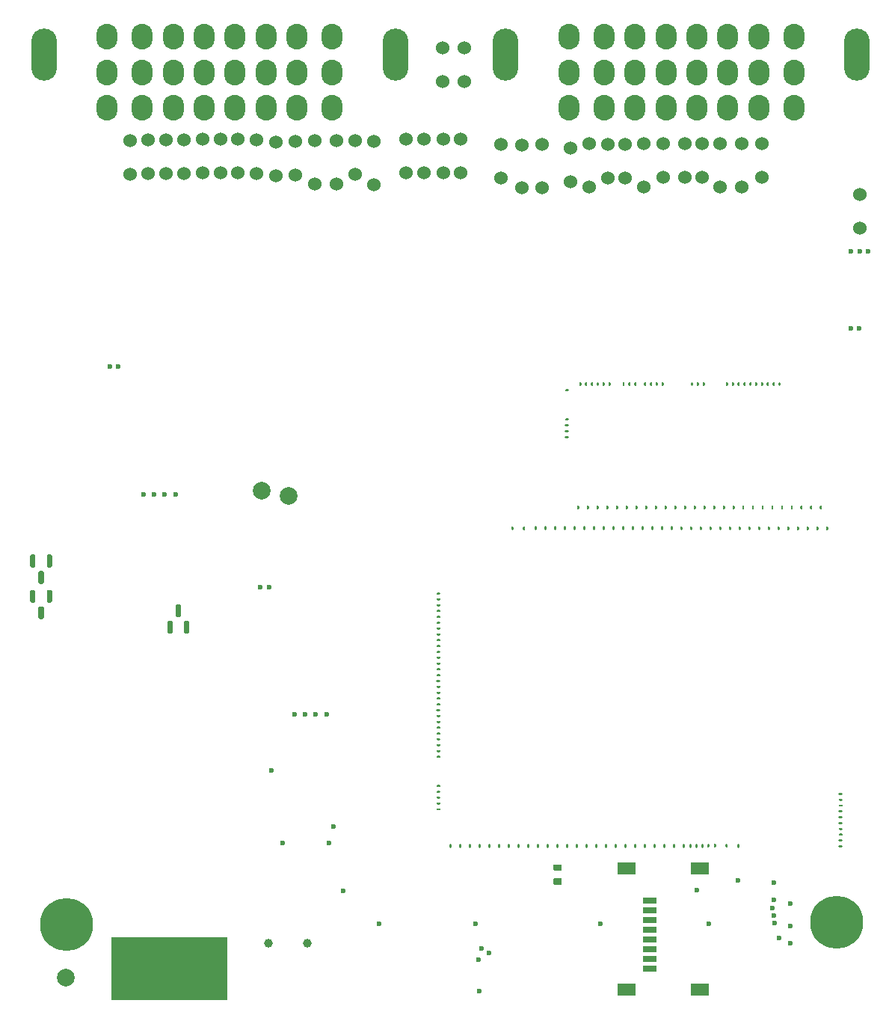
<source format=gbs>
G04 #@! TF.GenerationSoftware,KiCad,Pcbnew,(6.0.9)*
G04 #@! TF.CreationDate,2023-02-02T23:56:35+03:00*
G04 #@! TF.ProjectId,alphax_4ch,616c7068-6178-45f3-9463-682e6b696361,a*
G04 #@! TF.SameCoordinates,PX141f5e0PYa2cace0*
G04 #@! TF.FileFunction,Soldermask,Bot*
G04 #@! TF.FilePolarity,Negative*
%FSLAX46Y46*%
G04 Gerber Fmt 4.6, Leading zero omitted, Abs format (unit mm)*
G04 Created by KiCad (PCBNEW (6.0.9)) date 2023-02-02 23:56:35*
%MOMM*%
%LPD*%
G01*
G04 APERTURE LIST*
%ADD10C,0.120000*%
%ADD11C,0.599999*%
%ADD12C,1.524000*%
%ADD13C,6.000000*%
%ADD14O,2.900000X5.900000*%
%ADD15O,2.400000X2.900000*%
%ADD16C,1.000000*%
%ADD17C,0.600000*%
%ADD18C,2.000000*%
%ADD19R,1.500000X0.800000*%
%ADD20R,2.000000X1.450000*%
G04 APERTURE END LIST*
G04 #@! TO.C,U4*
G36*
X22850000Y200000D02*
G01*
X9850000Y200000D01*
X9850000Y7200000D01*
X22850000Y7200000D01*
X22850000Y200000D01*
G37*
D10*
X22850000Y200000D02*
X9850000Y200000D01*
X9850000Y7200000D01*
X22850000Y7200000D01*
X22850000Y200000D01*
G04 #@! TD*
D11*
G04 #@! TO.C,M4*
X84894889Y11474986D03*
X86729899Y11049978D03*
X84679891Y10499981D03*
X84894886Y9625022D03*
X84969893Y8774999D03*
X86729899Y8449983D03*
X85419899Y7150016D03*
X86729899Y6499999D03*
X80804884Y13675002D03*
X84879890Y13375000D03*
G04 #@! TD*
D12*
G04 #@! TO.C,R8*
X76750000Y93245000D03*
X76750000Y97055000D03*
G04 #@! TD*
D13*
G04 #@! TO.C,J8*
X4803000Y8619000D03*
G04 #@! TD*
D12*
G04 #@! TO.C,R59*
X45200000Y97505000D03*
X45200000Y93695000D03*
G04 #@! TD*
G04 #@! TO.C,R9*
X74800000Y93245000D03*
X74800000Y97055000D03*
G04 #@! TD*
G04 #@! TO.C,R68*
X24200000Y93695000D03*
X24200000Y97505000D03*
G04 #@! TD*
G04 #@! TO.C,F4*
X63950000Y97000000D03*
X63950000Y92100000D03*
G04 #@! TD*
G04 #@! TO.C,R91*
X94580000Y87485000D03*
X94580000Y91295000D03*
G04 #@! TD*
G04 #@! TO.C,M5*
G36*
G01*
X61299998Y63946477D02*
X61549998Y63946477D01*
G75*
G02*
X61674998Y63821477I0J-125000D01*
G01*
X61674998Y63821477D01*
G75*
G02*
X61549998Y63696477I-125000J0D01*
G01*
X61299998Y63696477D01*
G75*
G02*
X61174998Y63821477I0J125000D01*
G01*
X61174998Y63821477D01*
G75*
G02*
X61299998Y63946477I125000J0D01*
G01*
G37*
G36*
G01*
X61299998Y64606478D02*
X61549998Y64606478D01*
G75*
G02*
X61674998Y64481478I0J-125000D01*
G01*
X61674998Y64481478D01*
G75*
G02*
X61549998Y64356478I-125000J0D01*
G01*
X61299998Y64356478D01*
G75*
G02*
X61174998Y64481478I0J125000D01*
G01*
X61174998Y64481478D01*
G75*
G02*
X61299998Y64606478I125000J0D01*
G01*
G37*
G36*
G01*
X61299998Y65266479D02*
X61549998Y65266479D01*
G75*
G02*
X61674998Y65141479I0J-125000D01*
G01*
X61674998Y65141479D01*
G75*
G02*
X61549998Y65016479I-125000J0D01*
G01*
X61299998Y65016479D01*
G75*
G02*
X61174998Y65141479I0J125000D01*
G01*
X61174998Y65141479D01*
G75*
G02*
X61299998Y65266479I125000J0D01*
G01*
G37*
G36*
G01*
X61299998Y65926480D02*
X61549998Y65926480D01*
G75*
G02*
X61674998Y65801480I0J-125000D01*
G01*
X61674998Y65801480D01*
G75*
G02*
X61549998Y65676480I-125000J0D01*
G01*
X61299998Y65676480D01*
G75*
G02*
X61174998Y65801480I0J125000D01*
G01*
X61174998Y65801480D01*
G75*
G02*
X61299998Y65926480I125000J0D01*
G01*
G37*
G36*
G01*
X61299998Y69226487D02*
X61549998Y69226487D01*
G75*
G02*
X61674998Y69101487I0J-125000D01*
G01*
X61674998Y69101487D01*
G75*
G02*
X61549998Y68976487I-125000J0D01*
G01*
X61299998Y68976487D01*
G75*
G02*
X61174998Y69101487I0J125000D01*
G01*
X61174998Y69101487D01*
G75*
G02*
X61299998Y69226487I125000J0D01*
G01*
G37*
G36*
G01*
X90070000Y55727684D02*
X90070000Y55977684D01*
G75*
G02*
X90195000Y56102684I125000J0D01*
G01*
X90195000Y56102684D01*
G75*
G02*
X90320000Y55977684I0J-125000D01*
G01*
X90320000Y55727684D01*
G75*
G02*
X90195000Y55602684I-125000J0D01*
G01*
X90195000Y55602684D01*
G75*
G02*
X90070000Y55727684I0J125000D01*
G01*
G37*
G36*
G01*
X89219996Y55977684D02*
X89219996Y55727684D01*
G75*
G02*
X89094996Y55602684I-125000J0D01*
G01*
X89094996Y55602684D01*
G75*
G02*
X88969996Y55727684I0J125000D01*
G01*
X88969996Y55977684D01*
G75*
G02*
X89094996Y56102684I125000J0D01*
G01*
X89094996Y56102684D01*
G75*
G02*
X89219996Y55977684I0J-125000D01*
G01*
G37*
G36*
G01*
X88119995Y55977684D02*
X88119995Y55727684D01*
G75*
G02*
X87994995Y55602684I-125000J0D01*
G01*
X87994995Y55602684D01*
G75*
G02*
X87869995Y55727684I0J125000D01*
G01*
X87869995Y55977684D01*
G75*
G02*
X87994995Y56102684I125000J0D01*
G01*
X87994995Y56102684D01*
G75*
G02*
X88119995Y55977684I0J-125000D01*
G01*
G37*
G36*
G01*
X87019998Y55977684D02*
X87019998Y55727684D01*
G75*
G02*
X86894998Y55602684I-125000J0D01*
G01*
X86894998Y55602684D01*
G75*
G02*
X86769998Y55727684I0J125000D01*
G01*
X86769998Y55977684D01*
G75*
G02*
X86894998Y56102684I125000J0D01*
G01*
X86894998Y56102684D01*
G75*
G02*
X87019998Y55977684I0J-125000D01*
G01*
G37*
G36*
G01*
X85920000Y55977684D02*
X85920000Y55727684D01*
G75*
G02*
X85795000Y55602684I-125000J0D01*
G01*
X85795000Y55602684D01*
G75*
G02*
X85670000Y55727684I0J125000D01*
G01*
X85670000Y55977684D01*
G75*
G02*
X85795000Y56102684I125000J0D01*
G01*
X85795000Y56102684D01*
G75*
G02*
X85920000Y55977684I0J-125000D01*
G01*
G37*
G36*
G01*
X84820002Y55977684D02*
X84820002Y55727684D01*
G75*
G02*
X84695002Y55602684I-125000J0D01*
G01*
X84695002Y55602684D01*
G75*
G02*
X84570002Y55727684I0J125000D01*
G01*
X84570002Y55977684D01*
G75*
G02*
X84695002Y56102684I125000J0D01*
G01*
X84695002Y56102684D01*
G75*
G02*
X84820002Y55977684I0J-125000D01*
G01*
G37*
G36*
G01*
X83720004Y55977684D02*
X83720004Y55727684D01*
G75*
G02*
X83595004Y55602684I-125000J0D01*
G01*
X83595004Y55602684D01*
G75*
G02*
X83470004Y55727684I0J125000D01*
G01*
X83470004Y55977684D01*
G75*
G02*
X83595004Y56102684I125000J0D01*
G01*
X83595004Y56102684D01*
G75*
G02*
X83720004Y55977684I0J-125000D01*
G01*
G37*
G36*
G01*
X82620006Y55977684D02*
X82620006Y55727684D01*
G75*
G02*
X82495006Y55602684I-125000J0D01*
G01*
X82495006Y55602684D01*
G75*
G02*
X82370006Y55727684I0J125000D01*
G01*
X82370006Y55977684D01*
G75*
G02*
X82495006Y56102684I125000J0D01*
G01*
X82495006Y56102684D01*
G75*
G02*
X82620006Y55977684I0J-125000D01*
G01*
G37*
G36*
G01*
X81520009Y55977684D02*
X81520009Y55727684D01*
G75*
G02*
X81395009Y55602684I-125000J0D01*
G01*
X81395009Y55602684D01*
G75*
G02*
X81270009Y55727684I0J125000D01*
G01*
X81270009Y55977684D01*
G75*
G02*
X81395009Y56102684I125000J0D01*
G01*
X81395009Y56102684D01*
G75*
G02*
X81520009Y55977684I0J-125000D01*
G01*
G37*
G36*
G01*
X80420011Y55977684D02*
X80420011Y55727684D01*
G75*
G02*
X80295011Y55602684I-125000J0D01*
G01*
X80295011Y55602684D01*
G75*
G02*
X80170011Y55727684I0J125000D01*
G01*
X80170011Y55977684D01*
G75*
G02*
X80295011Y56102684I125000J0D01*
G01*
X80295011Y56102684D01*
G75*
G02*
X80420011Y55977684I0J-125000D01*
G01*
G37*
G36*
G01*
X79320013Y55977684D02*
X79320013Y55727684D01*
G75*
G02*
X79195013Y55602684I-125000J0D01*
G01*
X79195013Y55602684D01*
G75*
G02*
X79070013Y55727684I0J125000D01*
G01*
X79070013Y55977684D01*
G75*
G02*
X79195013Y56102684I125000J0D01*
G01*
X79195013Y56102684D01*
G75*
G02*
X79320013Y55977684I0J-125000D01*
G01*
G37*
G36*
G01*
X78220015Y55977684D02*
X78220015Y55727684D01*
G75*
G02*
X78095015Y55602684I-125000J0D01*
G01*
X78095015Y55602684D01*
G75*
G02*
X77970015Y55727684I0J125000D01*
G01*
X77970015Y55977684D01*
G75*
G02*
X78095015Y56102684I125000J0D01*
G01*
X78095015Y56102684D01*
G75*
G02*
X78220015Y55977684I0J-125000D01*
G01*
G37*
G36*
G01*
X77120017Y55977684D02*
X77120017Y55727684D01*
G75*
G02*
X76995017Y55602684I-125000J0D01*
G01*
X76995017Y55602684D01*
G75*
G02*
X76870017Y55727684I0J125000D01*
G01*
X76870017Y55977684D01*
G75*
G02*
X76995017Y56102684I125000J0D01*
G01*
X76995017Y56102684D01*
G75*
G02*
X77120017Y55977684I0J-125000D01*
G01*
G37*
G36*
G01*
X76020020Y55977684D02*
X76020020Y55727684D01*
G75*
G02*
X75895020Y55602684I-125000J0D01*
G01*
X75895020Y55602684D01*
G75*
G02*
X75770020Y55727684I0J125000D01*
G01*
X75770020Y55977684D01*
G75*
G02*
X75895020Y56102684I125000J0D01*
G01*
X75895020Y56102684D01*
G75*
G02*
X76020020Y55977684I0J-125000D01*
G01*
G37*
G36*
G01*
X74920022Y55977684D02*
X74920022Y55727684D01*
G75*
G02*
X74795022Y55602684I-125000J0D01*
G01*
X74795022Y55602684D01*
G75*
G02*
X74670022Y55727684I0J125000D01*
G01*
X74670022Y55977684D01*
G75*
G02*
X74795022Y56102684I125000J0D01*
G01*
X74795022Y56102684D01*
G75*
G02*
X74920022Y55977684I0J-125000D01*
G01*
G37*
G36*
G01*
X73820024Y55977684D02*
X73820024Y55727684D01*
G75*
G02*
X73695024Y55602684I-125000J0D01*
G01*
X73695024Y55602684D01*
G75*
G02*
X73570024Y55727684I0J125000D01*
G01*
X73570024Y55977684D01*
G75*
G02*
X73695024Y56102684I125000J0D01*
G01*
X73695024Y56102684D01*
G75*
G02*
X73820024Y55977684I0J-125000D01*
G01*
G37*
G36*
G01*
X72720026Y55977684D02*
X72720026Y55727684D01*
G75*
G02*
X72595026Y55602684I-125000J0D01*
G01*
X72595026Y55602684D01*
G75*
G02*
X72470026Y55727684I0J125000D01*
G01*
X72470026Y55977684D01*
G75*
G02*
X72595026Y56102684I125000J0D01*
G01*
X72595026Y56102684D01*
G75*
G02*
X72720026Y55977684I0J-125000D01*
G01*
G37*
G36*
G01*
X71620028Y55977684D02*
X71620028Y55727684D01*
G75*
G02*
X71495028Y55602684I-125000J0D01*
G01*
X71495028Y55602684D01*
G75*
G02*
X71370028Y55727684I0J125000D01*
G01*
X71370028Y55977684D01*
G75*
G02*
X71495028Y56102684I125000J0D01*
G01*
X71495028Y56102684D01*
G75*
G02*
X71620028Y55977684I0J-125000D01*
G01*
G37*
G36*
G01*
X70520031Y55977684D02*
X70520031Y55727684D01*
G75*
G02*
X70395031Y55602684I-125000J0D01*
G01*
X70395031Y55602684D01*
G75*
G02*
X70270031Y55727684I0J125000D01*
G01*
X70270031Y55977684D01*
G75*
G02*
X70395031Y56102684I125000J0D01*
G01*
X70395031Y56102684D01*
G75*
G02*
X70520031Y55977684I0J-125000D01*
G01*
G37*
G36*
G01*
X69420033Y55977684D02*
X69420033Y55727684D01*
G75*
G02*
X69295033Y55602684I-125000J0D01*
G01*
X69295033Y55602684D01*
G75*
G02*
X69170033Y55727684I0J125000D01*
G01*
X69170033Y55977684D01*
G75*
G02*
X69295033Y56102684I125000J0D01*
G01*
X69295033Y56102684D01*
G75*
G02*
X69420033Y55977684I0J-125000D01*
G01*
G37*
G36*
G01*
X68320035Y55977684D02*
X68320035Y55727684D01*
G75*
G02*
X68195035Y55602684I-125000J0D01*
G01*
X68195035Y55602684D01*
G75*
G02*
X68070035Y55727684I0J125000D01*
G01*
X68070035Y55977684D01*
G75*
G02*
X68195035Y56102684I125000J0D01*
G01*
X68195035Y56102684D01*
G75*
G02*
X68320035Y55977684I0J-125000D01*
G01*
G37*
G36*
G01*
X67220037Y55977684D02*
X67220037Y55727684D01*
G75*
G02*
X67095037Y55602684I-125000J0D01*
G01*
X67095037Y55602684D01*
G75*
G02*
X66970037Y55727684I0J125000D01*
G01*
X66970037Y55977684D01*
G75*
G02*
X67095037Y56102684I125000J0D01*
G01*
X67095037Y56102684D01*
G75*
G02*
X67220037Y55977684I0J-125000D01*
G01*
G37*
G36*
G01*
X66120039Y55977684D02*
X66120039Y55727684D01*
G75*
G02*
X65995039Y55602684I-125000J0D01*
G01*
X65995039Y55602684D01*
G75*
G02*
X65870039Y55727684I0J125000D01*
G01*
X65870039Y55977684D01*
G75*
G02*
X65995039Y56102684I125000J0D01*
G01*
X65995039Y56102684D01*
G75*
G02*
X66120039Y55977684I0J-125000D01*
G01*
G37*
G36*
G01*
X65020042Y55977684D02*
X65020042Y55727684D01*
G75*
G02*
X64895042Y55602684I-125000J0D01*
G01*
X64895042Y55602684D01*
G75*
G02*
X64770042Y55727684I0J125000D01*
G01*
X64770042Y55977684D01*
G75*
G02*
X64895042Y56102684I125000J0D01*
G01*
X64895042Y56102684D01*
G75*
G02*
X65020042Y55977684I0J-125000D01*
G01*
G37*
G36*
G01*
X63920044Y55977684D02*
X63920044Y55727684D01*
G75*
G02*
X63795044Y55602684I-125000J0D01*
G01*
X63795044Y55602684D01*
G75*
G02*
X63670044Y55727684I0J125000D01*
G01*
X63670044Y55977684D01*
G75*
G02*
X63795044Y56102684I125000J0D01*
G01*
X63795044Y56102684D01*
G75*
G02*
X63920044Y55977684I0J-125000D01*
G01*
G37*
G36*
G01*
X62820046Y55977684D02*
X62820046Y55727684D01*
G75*
G02*
X62695046Y55602684I-125000J0D01*
G01*
X62695046Y55602684D01*
G75*
G02*
X62570046Y55727684I0J125000D01*
G01*
X62570046Y55977684D01*
G75*
G02*
X62695046Y56102684I125000J0D01*
G01*
X62695046Y56102684D01*
G75*
G02*
X62820046Y55977684I0J-125000D01*
G01*
G37*
G36*
G01*
X63070990Y69939683D02*
X63070990Y69689683D01*
G75*
G02*
X62945990Y69564683I-125000J0D01*
G01*
X62945990Y69564683D01*
G75*
G02*
X62820990Y69689683I0J125000D01*
G01*
X62820990Y69939683D01*
G75*
G02*
X62945990Y70064683I125000J0D01*
G01*
X62945990Y70064683D01*
G75*
G02*
X63070990Y69939683I0J-125000D01*
G01*
G37*
G36*
G01*
X63730992Y69939683D02*
X63730992Y69689683D01*
G75*
G02*
X63605992Y69564683I-125000J0D01*
G01*
X63605992Y69564683D01*
G75*
G02*
X63480992Y69689683I0J125000D01*
G01*
X63480992Y69939683D01*
G75*
G02*
X63605992Y70064683I125000J0D01*
G01*
X63605992Y70064683D01*
G75*
G02*
X63730992Y69939683I0J-125000D01*
G01*
G37*
G36*
G01*
X64390993Y69939683D02*
X64390993Y69689683D01*
G75*
G02*
X64265993Y69564683I-125000J0D01*
G01*
X64265993Y69564683D01*
G75*
G02*
X64140993Y69689683I0J125000D01*
G01*
X64140993Y69939683D01*
G75*
G02*
X64265993Y70064683I125000J0D01*
G01*
X64265993Y70064683D01*
G75*
G02*
X64390993Y69939683I0J-125000D01*
G01*
G37*
G36*
G01*
X65050994Y69939683D02*
X65050994Y69689683D01*
G75*
G02*
X64925994Y69564683I-125000J0D01*
G01*
X64925994Y69564683D01*
G75*
G02*
X64800994Y69689683I0J125000D01*
G01*
X64800994Y69939683D01*
G75*
G02*
X64925994Y70064683I125000J0D01*
G01*
X64925994Y70064683D01*
G75*
G02*
X65050994Y69939683I0J-125000D01*
G01*
G37*
G36*
G01*
X65710995Y69939683D02*
X65710995Y69689683D01*
G75*
G02*
X65585995Y69564683I-125000J0D01*
G01*
X65585995Y69564683D01*
G75*
G02*
X65460995Y69689683I0J125000D01*
G01*
X65460995Y69939683D01*
G75*
G02*
X65585995Y70064683I125000J0D01*
G01*
X65585995Y70064683D01*
G75*
G02*
X65710995Y69939683I0J-125000D01*
G01*
G37*
G36*
G01*
X66370997Y69939683D02*
X66370997Y69689683D01*
G75*
G02*
X66245997Y69564683I-125000J0D01*
G01*
X66245997Y69564683D01*
G75*
G02*
X66120997Y69689683I0J125000D01*
G01*
X66120997Y69939683D01*
G75*
G02*
X66245997Y70064683I125000J0D01*
G01*
X66245997Y70064683D01*
G75*
G02*
X66370997Y69939683I0J-125000D01*
G01*
G37*
G36*
G01*
X67971994Y69939683D02*
X67971994Y69689683D01*
G75*
G02*
X67846994Y69564683I-125000J0D01*
G01*
X67846994Y69564683D01*
G75*
G02*
X67721994Y69689683I0J125000D01*
G01*
X67721994Y69939683D01*
G75*
G02*
X67846994Y70064683I125000J0D01*
G01*
X67846994Y70064683D01*
G75*
G02*
X67971994Y69939683I0J-125000D01*
G01*
G37*
G36*
G01*
X68631995Y69939683D02*
X68631995Y69689683D01*
G75*
G02*
X68506995Y69564683I-125000J0D01*
G01*
X68506995Y69564683D01*
G75*
G02*
X68381995Y69689683I0J125000D01*
G01*
X68381995Y69939683D01*
G75*
G02*
X68506995Y70064683I125000J0D01*
G01*
X68506995Y70064683D01*
G75*
G02*
X68631995Y69939683I0J-125000D01*
G01*
G37*
G36*
G01*
X69291997Y69939683D02*
X69291997Y69689683D01*
G75*
G02*
X69166997Y69564683I-125000J0D01*
G01*
X69166997Y69564683D01*
G75*
G02*
X69041997Y69689683I0J125000D01*
G01*
X69041997Y69939683D01*
G75*
G02*
X69166997Y70064683I125000J0D01*
G01*
X69166997Y70064683D01*
G75*
G02*
X69291997Y69939683I0J-125000D01*
G01*
G37*
G36*
G01*
X70412896Y69939683D02*
X70412896Y69689683D01*
G75*
G02*
X70287896Y69564683I-125000J0D01*
G01*
X70287896Y69564683D01*
G75*
G02*
X70162896Y69689683I0J125000D01*
G01*
X70162896Y69939683D01*
G75*
G02*
X70287896Y70064683I125000J0D01*
G01*
X70287896Y70064683D01*
G75*
G02*
X70412896Y69939683I0J-125000D01*
G01*
G37*
G36*
G01*
X71072897Y69939683D02*
X71072897Y69689683D01*
G75*
G02*
X70947897Y69564683I-125000J0D01*
G01*
X70947897Y69564683D01*
G75*
G02*
X70822897Y69689683I0J125000D01*
G01*
X70822897Y69939683D01*
G75*
G02*
X70947897Y70064683I125000J0D01*
G01*
X70947897Y70064683D01*
G75*
G02*
X71072897Y69939683I0J-125000D01*
G01*
G37*
G36*
G01*
X71732898Y69939683D02*
X71732898Y69689683D01*
G75*
G02*
X71607898Y69564683I-125000J0D01*
G01*
X71607898Y69564683D01*
G75*
G02*
X71482898Y69689683I0J125000D01*
G01*
X71482898Y69939683D01*
G75*
G02*
X71607898Y70064683I125000J0D01*
G01*
X71607898Y70064683D01*
G75*
G02*
X71732898Y69939683I0J-125000D01*
G01*
G37*
G36*
G01*
X72392900Y69939683D02*
X72392900Y69689683D01*
G75*
G02*
X72267900Y69564683I-125000J0D01*
G01*
X72267900Y69564683D01*
G75*
G02*
X72142900Y69689683I0J125000D01*
G01*
X72142900Y69939683D01*
G75*
G02*
X72267900Y70064683I125000J0D01*
G01*
X72267900Y70064683D01*
G75*
G02*
X72392900Y69939683I0J-125000D01*
G01*
G37*
G36*
G01*
X75718994Y69939683D02*
X75718994Y69689683D01*
G75*
G02*
X75593994Y69564683I-125000J0D01*
G01*
X75593994Y69564683D01*
G75*
G02*
X75468994Y69689683I0J125000D01*
G01*
X75468994Y69939683D01*
G75*
G02*
X75593994Y70064683I125000J0D01*
G01*
X75593994Y70064683D01*
G75*
G02*
X75718994Y69939683I0J-125000D01*
G01*
G37*
G36*
G01*
X76378995Y69939683D02*
X76378995Y69689683D01*
G75*
G02*
X76253995Y69564683I-125000J0D01*
G01*
X76253995Y69564683D01*
G75*
G02*
X76128995Y69689683I0J125000D01*
G01*
X76128995Y69939683D01*
G75*
G02*
X76253995Y70064683I125000J0D01*
G01*
X76253995Y70064683D01*
G75*
G02*
X76378995Y69939683I0J-125000D01*
G01*
G37*
G36*
G01*
X77038997Y69939683D02*
X77038997Y69689683D01*
G75*
G02*
X76913997Y69564683I-125000J0D01*
G01*
X76913997Y69564683D01*
G75*
G02*
X76788997Y69689683I0J125000D01*
G01*
X76788997Y69939683D01*
G75*
G02*
X76913997Y70064683I125000J0D01*
G01*
X76913997Y70064683D01*
G75*
G02*
X77038997Y69939683I0J-125000D01*
G01*
G37*
G36*
G01*
X79684988Y69939683D02*
X79684988Y69689683D01*
G75*
G02*
X79559988Y69564683I-125000J0D01*
G01*
X79559988Y69564683D01*
G75*
G02*
X79434988Y69689683I0J125000D01*
G01*
X79434988Y69939683D01*
G75*
G02*
X79559988Y70064683I125000J0D01*
G01*
X79559988Y70064683D01*
G75*
G02*
X79684988Y69939683I0J-125000D01*
G01*
G37*
G36*
G01*
X80344989Y69939683D02*
X80344989Y69689683D01*
G75*
G02*
X80219989Y69564683I-125000J0D01*
G01*
X80219989Y69564683D01*
G75*
G02*
X80094989Y69689683I0J125000D01*
G01*
X80094989Y69939683D01*
G75*
G02*
X80219989Y70064683I125000J0D01*
G01*
X80219989Y70064683D01*
G75*
G02*
X80344989Y69939683I0J-125000D01*
G01*
G37*
G36*
G01*
X81004991Y69939683D02*
X81004991Y69689683D01*
G75*
G02*
X80879991Y69564683I-125000J0D01*
G01*
X80879991Y69564683D01*
G75*
G02*
X80754991Y69689683I0J125000D01*
G01*
X80754991Y69939683D01*
G75*
G02*
X80879991Y70064683I125000J0D01*
G01*
X80879991Y70064683D01*
G75*
G02*
X81004991Y69939683I0J-125000D01*
G01*
G37*
G36*
G01*
X81664992Y69939683D02*
X81664992Y69689683D01*
G75*
G02*
X81539992Y69564683I-125000J0D01*
G01*
X81539992Y69564683D01*
G75*
G02*
X81414992Y69689683I0J125000D01*
G01*
X81414992Y69939683D01*
G75*
G02*
X81539992Y70064683I125000J0D01*
G01*
X81539992Y70064683D01*
G75*
G02*
X81664992Y69939683I0J-125000D01*
G01*
G37*
G36*
G01*
X82324993Y69939683D02*
X82324993Y69689683D01*
G75*
G02*
X82199993Y69564683I-125000J0D01*
G01*
X82199993Y69564683D01*
G75*
G02*
X82074993Y69689683I0J125000D01*
G01*
X82074993Y69939683D01*
G75*
G02*
X82199993Y70064683I125000J0D01*
G01*
X82199993Y70064683D01*
G75*
G02*
X82324993Y69939683I0J-125000D01*
G01*
G37*
G36*
G01*
X82984994Y69939683D02*
X82984994Y69689683D01*
G75*
G02*
X82859994Y69564683I-125000J0D01*
G01*
X82859994Y69564683D01*
G75*
G02*
X82734994Y69689683I0J125000D01*
G01*
X82734994Y69939683D01*
G75*
G02*
X82859994Y70064683I125000J0D01*
G01*
X82859994Y70064683D01*
G75*
G02*
X82984994Y69939683I0J-125000D01*
G01*
G37*
G36*
G01*
X83644996Y69939683D02*
X83644996Y69689683D01*
G75*
G02*
X83519996Y69564683I-125000J0D01*
G01*
X83519996Y69564683D01*
G75*
G02*
X83394996Y69689683I0J125000D01*
G01*
X83394996Y69939683D01*
G75*
G02*
X83519996Y70064683I125000J0D01*
G01*
X83519996Y70064683D01*
G75*
G02*
X83644996Y69939683I0J-125000D01*
G01*
G37*
G36*
G01*
X84304997Y69939683D02*
X84304997Y69689683D01*
G75*
G02*
X84179997Y69564683I-125000J0D01*
G01*
X84179997Y69564683D01*
G75*
G02*
X84054997Y69689683I0J125000D01*
G01*
X84054997Y69939683D01*
G75*
G02*
X84179997Y70064683I125000J0D01*
G01*
X84179997Y70064683D01*
G75*
G02*
X84304997Y69939683I0J-125000D01*
G01*
G37*
G36*
G01*
X84964998Y69939683D02*
X84964998Y69689683D01*
G75*
G02*
X84839998Y69564683I-125000J0D01*
G01*
X84839998Y69564683D01*
G75*
G02*
X84714998Y69689683I0J125000D01*
G01*
X84714998Y69939683D01*
G75*
G02*
X84839998Y70064683I125000J0D01*
G01*
X84839998Y70064683D01*
G75*
G02*
X84964998Y69939683I0J-125000D01*
G01*
G37*
G36*
G01*
X85625000Y69939683D02*
X85625000Y69689683D01*
G75*
G02*
X85500000Y69564683I-125000J0D01*
G01*
X85500000Y69564683D01*
G75*
G02*
X85375000Y69689683I0J125000D01*
G01*
X85375000Y69939683D01*
G75*
G02*
X85500000Y70064683I125000J0D01*
G01*
X85500000Y70064683D01*
G75*
G02*
X85625000Y69939683I0J-125000D01*
G01*
G37*
G04 #@! TD*
D14*
G04 #@! TO.C,P2*
X42000000Y107100000D03*
X2200000Y107100000D03*
D15*
X9350000Y101100000D03*
X13350000Y101100000D03*
X16850000Y101100000D03*
X20350000Y101100000D03*
X23850000Y101100000D03*
X27350000Y101100000D03*
X30850000Y101100000D03*
X34850000Y101100000D03*
X9350000Y105100000D03*
X13350000Y105100000D03*
X16850000Y105100000D03*
X20350000Y105100000D03*
X23850000Y105100000D03*
X27350000Y105100000D03*
X30850000Y105100000D03*
X34850000Y105100000D03*
X9350000Y109100000D03*
X13350000Y109100000D03*
X16850000Y109100000D03*
X20350000Y109100000D03*
X23850000Y109100000D03*
X27350000Y109100000D03*
X30850000Y109100000D03*
X34850000Y109100000D03*
G04 #@! TD*
D12*
G04 #@! TO.C,R11*
X47350000Y104095000D03*
X47350000Y107905000D03*
G04 #@! TD*
G04 #@! TO.C,R60*
X43200000Y93695000D03*
X43200000Y97505000D03*
G04 #@! TD*
D16*
G04 #@! TO.C,J1*
X32000000Y6500000D03*
X27600000Y6500000D03*
G04 #@! TD*
D12*
G04 #@! TO.C,R17*
X68050000Y93145000D03*
X68050000Y96955000D03*
G04 #@! TD*
G04 #@! TO.C,R63*
X22200000Y93695000D03*
X22200000Y97505000D03*
G04 #@! TD*
G04 #@! TO.C,R16*
X72350000Y93195000D03*
X72350000Y97005000D03*
G04 #@! TD*
G04 #@! TO.C,R70*
X11950000Y93595000D03*
X11950000Y97405000D03*
G04 #@! TD*
D11*
G04 #@! TO.C,M7*
X51750003Y5925001D03*
X52625005Y5400001D03*
X51450001Y4650003D03*
X51525004Y1100002D03*
G04 #@! TD*
G04 #@! TO.C,M1*
X27937888Y26083984D03*
X29262892Y17858984D03*
X34495386Y17876489D03*
X34987892Y19758985D03*
X36112878Y12408992D03*
G04 #@! TD*
D17*
G04 #@! TO.C,M3*
X31800000Y32400000D03*
X30600000Y32400000D03*
X33000000Y32400000D03*
X34200000Y32400000D03*
X27740000Y46825000D03*
X26740000Y46825000D03*
G04 #@! TD*
D12*
G04 #@! TO.C,R10*
X66100000Y93145000D03*
X66100000Y96955000D03*
G04 #@! TD*
G04 #@! TO.C,R62*
X28500000Y93395000D03*
X28500000Y97205000D03*
G04 #@! TD*
G04 #@! TO.C,F7*
X32900000Y97399979D03*
X32900000Y92499979D03*
G04 #@! TD*
G04 #@! TO.C,R56*
X14000000Y93645000D03*
X14000000Y97455000D03*
G04 #@! TD*
G04 #@! TO.C,R19*
X53950000Y93145000D03*
X53950000Y96955000D03*
G04 #@! TD*
G04 #@! TO.C,R67*
X26250000Y97455000D03*
X26250000Y93645000D03*
G04 #@! TD*
G04 #@! TO.C,F1*
X81196000Y96995000D03*
X81196000Y92095000D03*
G04 #@! TD*
G04 #@! TO.C,R64*
X16050000Y93645000D03*
X16050000Y97455000D03*
G04 #@! TD*
G04 #@! TO.C,F3*
X70100000Y97000000D03*
X70100000Y92100000D03*
G04 #@! TD*
G04 #@! TO.C,R61*
X30700000Y93445000D03*
X30700000Y97255000D03*
G04 #@! TD*
D13*
G04 #@! TO.C,J7*
X91948000Y8873000D03*
G04 #@! TD*
D12*
G04 #@! TO.C,R69*
X18050000Y93645000D03*
X18050000Y97455000D03*
G04 #@! TD*
G04 #@! TO.C,R55*
X20200000Y93695000D03*
X20200000Y97505000D03*
G04 #@! TD*
G04 #@! TO.C,F8*
X39600000Y97299979D03*
X39600000Y92399979D03*
G04 #@! TD*
G04 #@! TO.C,R54*
X37450000Y93595000D03*
X37450000Y97405000D03*
G04 #@! TD*
G04 #@! TO.C,R52*
X47400000Y93695000D03*
X47400000Y97505000D03*
G04 #@! TD*
D17*
G04 #@! TO.C,M9*
X93620000Y84850000D03*
X94570000Y84850000D03*
X95519998Y84850000D03*
X94520000Y76150000D03*
X93620000Y76150000D03*
G04 #@! TD*
G04 #@! TO.C,M6*
G36*
G01*
X46760503Y21803625D02*
X47010503Y21803625D01*
G75*
G02*
X47135503Y21678625I0J-125000D01*
G01*
X47135503Y21678625D01*
G75*
G02*
X47010503Y21553625I-125000J0D01*
G01*
X46760503Y21553625D01*
G75*
G02*
X46635503Y21678625I0J125000D01*
G01*
X46635503Y21678625D01*
G75*
G02*
X46760503Y21803625I125000J0D01*
G01*
G37*
G36*
G01*
X47010503Y22213623D02*
X46760503Y22213623D01*
G75*
G02*
X46635503Y22338623I0J125000D01*
G01*
X46635503Y22338623D01*
G75*
G02*
X46760503Y22463623I125000J0D01*
G01*
X47010503Y22463623D01*
G75*
G02*
X47135503Y22338623I0J-125000D01*
G01*
X47135503Y22338623D01*
G75*
G02*
X47010503Y22213623I-125000J0D01*
G01*
G37*
G36*
G01*
X47010503Y22873628D02*
X46760503Y22873628D01*
G75*
G02*
X46635503Y22998628I0J125000D01*
G01*
X46635503Y22998628D01*
G75*
G02*
X46760503Y23123628I125000J0D01*
G01*
X47010503Y23123628D01*
G75*
G02*
X47135503Y22998628I0J-125000D01*
G01*
X47135503Y22998628D01*
G75*
G02*
X47010503Y22873628I-125000J0D01*
G01*
G37*
G36*
G01*
X47010503Y23533623D02*
X46760503Y23533623D01*
G75*
G02*
X46635503Y23658623I0J125000D01*
G01*
X46635503Y23658623D01*
G75*
G02*
X46760503Y23783623I125000J0D01*
G01*
X47010503Y23783623D01*
G75*
G02*
X47135503Y23658623I0J-125000D01*
G01*
X47135503Y23658623D01*
G75*
G02*
X47010503Y23533623I-125000J0D01*
G01*
G37*
G36*
G01*
X47010503Y24193625D02*
X46760503Y24193625D01*
G75*
G02*
X46635503Y24318625I0J125000D01*
G01*
X46635503Y24318625D01*
G75*
G02*
X46760503Y24443625I125000J0D01*
G01*
X47010503Y24443625D01*
G75*
G02*
X47135503Y24318625I0J-125000D01*
G01*
X47135503Y24318625D01*
G75*
G02*
X47010503Y24193625I-125000J0D01*
G01*
G37*
G36*
G01*
X47010503Y27493626D02*
X46760503Y27493626D01*
G75*
G02*
X46635503Y27618626I0J125000D01*
G01*
X46635503Y27618626D01*
G75*
G02*
X46760503Y27743626I125000J0D01*
G01*
X47010503Y27743626D01*
G75*
G02*
X47135503Y27618626I0J-125000D01*
G01*
X47135503Y27618626D01*
G75*
G02*
X47010503Y27493626I-125000J0D01*
G01*
G37*
G36*
G01*
X47010503Y28153627D02*
X46760503Y28153627D01*
G75*
G02*
X46635503Y28278627I0J125000D01*
G01*
X46635503Y28278627D01*
G75*
G02*
X46760503Y28403627I125000J0D01*
G01*
X47010503Y28403627D01*
G75*
G02*
X47135503Y28278627I0J-125000D01*
G01*
X47135503Y28278627D01*
G75*
G02*
X47010503Y28153627I-125000J0D01*
G01*
G37*
G36*
G01*
X47010503Y28813629D02*
X46760503Y28813629D01*
G75*
G02*
X46635503Y28938629I0J125000D01*
G01*
X46635503Y28938629D01*
G75*
G02*
X46760503Y29063629I125000J0D01*
G01*
X47010503Y29063629D01*
G75*
G02*
X47135503Y28938629I0J-125000D01*
G01*
X47135503Y28938629D01*
G75*
G02*
X47010503Y28813629I-125000J0D01*
G01*
G37*
G36*
G01*
X47010503Y29473627D02*
X46760503Y29473627D01*
G75*
G02*
X46635503Y29598627I0J125000D01*
G01*
X46635503Y29598627D01*
G75*
G02*
X46760503Y29723627I125000J0D01*
G01*
X47010503Y29723627D01*
G75*
G02*
X47135503Y29598627I0J-125000D01*
G01*
X47135503Y29598627D01*
G75*
G02*
X47010503Y29473627I-125000J0D01*
G01*
G37*
G36*
G01*
X47010503Y30133629D02*
X46760503Y30133629D01*
G75*
G02*
X46635503Y30258629I0J125000D01*
G01*
X46635503Y30258629D01*
G75*
G02*
X46760503Y30383629I125000J0D01*
G01*
X47010503Y30383629D01*
G75*
G02*
X47135503Y30258629I0J-125000D01*
G01*
X47135503Y30258629D01*
G75*
G02*
X47010503Y30133629I-125000J0D01*
G01*
G37*
G36*
G01*
X47010503Y30793627D02*
X46760503Y30793627D01*
G75*
G02*
X46635503Y30918627I0J125000D01*
G01*
X46635503Y30918627D01*
G75*
G02*
X46760503Y31043627I125000J0D01*
G01*
X47010503Y31043627D01*
G75*
G02*
X47135503Y30918627I0J-125000D01*
G01*
X47135503Y30918627D01*
G75*
G02*
X47010503Y30793627I-125000J0D01*
G01*
G37*
G36*
G01*
X47010503Y31453628D02*
X46760503Y31453628D01*
G75*
G02*
X46635503Y31578628I0J125000D01*
G01*
X46635503Y31578628D01*
G75*
G02*
X46760503Y31703628I125000J0D01*
G01*
X47010503Y31703628D01*
G75*
G02*
X47135503Y31578628I0J-125000D01*
G01*
X47135503Y31578628D01*
G75*
G02*
X47010503Y31453628I-125000J0D01*
G01*
G37*
G36*
G01*
X47010503Y32113627D02*
X46760503Y32113627D01*
G75*
G02*
X46635503Y32238627I0J125000D01*
G01*
X46635503Y32238627D01*
G75*
G02*
X46760503Y32363627I125000J0D01*
G01*
X47010503Y32363627D01*
G75*
G02*
X47135503Y32238627I0J-125000D01*
G01*
X47135503Y32238627D01*
G75*
G02*
X47010503Y32113627I-125000J0D01*
G01*
G37*
G36*
G01*
X47010503Y32773628D02*
X46760503Y32773628D01*
G75*
G02*
X46635503Y32898628I0J125000D01*
G01*
X46635503Y32898628D01*
G75*
G02*
X46760503Y33023628I125000J0D01*
G01*
X47010503Y33023628D01*
G75*
G02*
X47135503Y32898628I0J-125000D01*
G01*
X47135503Y32898628D01*
G75*
G02*
X47010503Y32773628I-125000J0D01*
G01*
G37*
G36*
G01*
X47010503Y33433627D02*
X46760503Y33433627D01*
G75*
G02*
X46635503Y33558627I0J125000D01*
G01*
X46635503Y33558627D01*
G75*
G02*
X46760503Y33683627I125000J0D01*
G01*
X47010503Y33683627D01*
G75*
G02*
X47135503Y33558627I0J-125000D01*
G01*
X47135503Y33558627D01*
G75*
G02*
X47010503Y33433627I-125000J0D01*
G01*
G37*
G36*
G01*
X47010503Y34093628D02*
X46760503Y34093628D01*
G75*
G02*
X46635503Y34218628I0J125000D01*
G01*
X46635503Y34218628D01*
G75*
G02*
X46760503Y34343628I125000J0D01*
G01*
X47010503Y34343628D01*
G75*
G02*
X47135503Y34218628I0J-125000D01*
G01*
X47135503Y34218628D01*
G75*
G02*
X47010503Y34093628I-125000J0D01*
G01*
G37*
G36*
G01*
X47010503Y34753627D02*
X46760503Y34753627D01*
G75*
G02*
X46635503Y34878627I0J125000D01*
G01*
X46635503Y34878627D01*
G75*
G02*
X46760503Y35003627I125000J0D01*
G01*
X47010503Y35003627D01*
G75*
G02*
X47135503Y34878627I0J-125000D01*
G01*
X47135503Y34878627D01*
G75*
G02*
X47010503Y34753627I-125000J0D01*
G01*
G37*
G36*
G01*
X47010503Y35413628D02*
X46760503Y35413628D01*
G75*
G02*
X46635503Y35538628I0J125000D01*
G01*
X46635503Y35538628D01*
G75*
G02*
X46760503Y35663628I125000J0D01*
G01*
X47010503Y35663628D01*
G75*
G02*
X47135503Y35538628I0J-125000D01*
G01*
X47135503Y35538628D01*
G75*
G02*
X47010503Y35413628I-125000J0D01*
G01*
G37*
G36*
G01*
X47010503Y36073627D02*
X46760503Y36073627D01*
G75*
G02*
X46635503Y36198627I0J125000D01*
G01*
X46635503Y36198627D01*
G75*
G02*
X46760503Y36323627I125000J0D01*
G01*
X47010503Y36323627D01*
G75*
G02*
X47135503Y36198627I0J-125000D01*
G01*
X47135503Y36198627D01*
G75*
G02*
X47010503Y36073627I-125000J0D01*
G01*
G37*
G36*
G01*
X47010503Y36733628D02*
X46760503Y36733628D01*
G75*
G02*
X46635503Y36858628I0J125000D01*
G01*
X46635503Y36858628D01*
G75*
G02*
X46760503Y36983628I125000J0D01*
G01*
X47010503Y36983628D01*
G75*
G02*
X47135503Y36858628I0J-125000D01*
G01*
X47135503Y36858628D01*
G75*
G02*
X47010503Y36733628I-125000J0D01*
G01*
G37*
G36*
G01*
X47010503Y37393627D02*
X46760503Y37393627D01*
G75*
G02*
X46635503Y37518627I0J125000D01*
G01*
X46635503Y37518627D01*
G75*
G02*
X46760503Y37643627I125000J0D01*
G01*
X47010503Y37643627D01*
G75*
G02*
X47135503Y37518627I0J-125000D01*
G01*
X47135503Y37518627D01*
G75*
G02*
X47010503Y37393627I-125000J0D01*
G01*
G37*
G36*
G01*
X47010503Y38053628D02*
X46760503Y38053628D01*
G75*
G02*
X46635503Y38178628I0J125000D01*
G01*
X46635503Y38178628D01*
G75*
G02*
X46760503Y38303628I125000J0D01*
G01*
X47010503Y38303628D01*
G75*
G02*
X47135503Y38178628I0J-125000D01*
G01*
X47135503Y38178628D01*
G75*
G02*
X47010503Y38053628I-125000J0D01*
G01*
G37*
G36*
G01*
X47010503Y38713627D02*
X46760503Y38713627D01*
G75*
G02*
X46635503Y38838627I0J125000D01*
G01*
X46635503Y38838627D01*
G75*
G02*
X46760503Y38963627I125000J0D01*
G01*
X47010503Y38963627D01*
G75*
G02*
X47135503Y38838627I0J-125000D01*
G01*
X47135503Y38838627D01*
G75*
G02*
X47010503Y38713627I-125000J0D01*
G01*
G37*
G36*
G01*
X47010503Y39373628D02*
X46760503Y39373628D01*
G75*
G02*
X46635503Y39498628I0J125000D01*
G01*
X46635503Y39498628D01*
G75*
G02*
X46760503Y39623628I125000J0D01*
G01*
X47010503Y39623628D01*
G75*
G02*
X47135503Y39498628I0J-125000D01*
G01*
X47135503Y39498628D01*
G75*
G02*
X47010503Y39373628I-125000J0D01*
G01*
G37*
G36*
G01*
X47010503Y40033627D02*
X46760503Y40033627D01*
G75*
G02*
X46635503Y40158627I0J125000D01*
G01*
X46635503Y40158627D01*
G75*
G02*
X46760503Y40283627I125000J0D01*
G01*
X47010503Y40283627D01*
G75*
G02*
X47135503Y40158627I0J-125000D01*
G01*
X47135503Y40158627D01*
G75*
G02*
X47010503Y40033627I-125000J0D01*
G01*
G37*
G36*
G01*
X47010503Y40693628D02*
X46760503Y40693628D01*
G75*
G02*
X46635503Y40818628I0J125000D01*
G01*
X46635503Y40818628D01*
G75*
G02*
X46760503Y40943628I125000J0D01*
G01*
X47010503Y40943628D01*
G75*
G02*
X47135503Y40818628I0J-125000D01*
G01*
X47135503Y40818628D01*
G75*
G02*
X47010503Y40693628I-125000J0D01*
G01*
G37*
G36*
G01*
X47010503Y41353626D02*
X46760503Y41353626D01*
G75*
G02*
X46635503Y41478626I0J125000D01*
G01*
X46635503Y41478626D01*
G75*
G02*
X46760503Y41603626I125000J0D01*
G01*
X47010503Y41603626D01*
G75*
G02*
X47135503Y41478626I0J-125000D01*
G01*
X47135503Y41478626D01*
G75*
G02*
X47010503Y41353626I-125000J0D01*
G01*
G37*
G36*
G01*
X47010503Y42013628D02*
X46760503Y42013628D01*
G75*
G02*
X46635503Y42138628I0J125000D01*
G01*
X46635503Y42138628D01*
G75*
G02*
X46760503Y42263628I125000J0D01*
G01*
X47010503Y42263628D01*
G75*
G02*
X47135503Y42138628I0J-125000D01*
G01*
X47135503Y42138628D01*
G75*
G02*
X47010503Y42013628I-125000J0D01*
G01*
G37*
G36*
G01*
X47010503Y42673626D02*
X46760503Y42673626D01*
G75*
G02*
X46635503Y42798626I0J125000D01*
G01*
X46635503Y42798626D01*
G75*
G02*
X46760503Y42923626I125000J0D01*
G01*
X47010503Y42923626D01*
G75*
G02*
X47135503Y42798626I0J-125000D01*
G01*
X47135503Y42798626D01*
G75*
G02*
X47010503Y42673626I-125000J0D01*
G01*
G37*
G36*
G01*
X47010503Y43333628D02*
X46760503Y43333628D01*
G75*
G02*
X46635503Y43458628I0J125000D01*
G01*
X46635503Y43458628D01*
G75*
G02*
X46760503Y43583628I125000J0D01*
G01*
X47010503Y43583628D01*
G75*
G02*
X47135503Y43458628I0J-125000D01*
G01*
X47135503Y43458628D01*
G75*
G02*
X47010503Y43333628I-125000J0D01*
G01*
G37*
G36*
G01*
X47010503Y43993626D02*
X46760503Y43993626D01*
G75*
G02*
X46635503Y44118626I0J125000D01*
G01*
X46635503Y44118626D01*
G75*
G02*
X46760503Y44243626I125000J0D01*
G01*
X47010503Y44243626D01*
G75*
G02*
X47135503Y44118626I0J-125000D01*
G01*
X47135503Y44118626D01*
G75*
G02*
X47010503Y43993626I-125000J0D01*
G01*
G37*
G36*
G01*
X47010503Y44653627D02*
X46760503Y44653627D01*
G75*
G02*
X46635503Y44778627I0J125000D01*
G01*
X46635503Y44778627D01*
G75*
G02*
X46760503Y44903627I125000J0D01*
G01*
X47010503Y44903627D01*
G75*
G02*
X47135503Y44778627I0J-125000D01*
G01*
X47135503Y44778627D01*
G75*
G02*
X47010503Y44653627I-125000J0D01*
G01*
G37*
G36*
G01*
X47010503Y45313626D02*
X46760503Y45313626D01*
G75*
G02*
X46635503Y45438626I0J125000D01*
G01*
X46635503Y45438626D01*
G75*
G02*
X46760503Y45563626I125000J0D01*
G01*
X47010503Y45563626D01*
G75*
G02*
X47135503Y45438626I0J-125000D01*
G01*
X47135503Y45438626D01*
G75*
G02*
X47010503Y45313626I-125000J0D01*
G01*
G37*
G36*
G01*
X47010503Y45973627D02*
X46760503Y45973627D01*
G75*
G02*
X46635503Y46098627I0J125000D01*
G01*
X46635503Y46098627D01*
G75*
G02*
X46760503Y46223627I125000J0D01*
G01*
X47010503Y46223627D01*
G75*
G02*
X47135503Y46098627I0J-125000D01*
G01*
X47135503Y46098627D01*
G75*
G02*
X47010503Y45973627I-125000J0D01*
G01*
G37*
G36*
G01*
X80707501Y17426623D02*
X80707501Y17676623D01*
G75*
G02*
X80832501Y17801623I125000J0D01*
G01*
X80832501Y17801623D01*
G75*
G02*
X80957501Y17676623I0J-125000D01*
G01*
X80957501Y17426623D01*
G75*
G02*
X80832501Y17301623I-125000J0D01*
G01*
X80832501Y17301623D01*
G75*
G02*
X80707501Y17426623I0J125000D01*
G01*
G37*
G36*
G01*
X79637499Y17676623D02*
X79637499Y17426623D01*
G75*
G02*
X79512499Y17301623I-125000J0D01*
G01*
X79512499Y17301623D01*
G75*
G02*
X79387499Y17426623I0J125000D01*
G01*
X79387499Y17676623D01*
G75*
G02*
X79512499Y17801623I125000J0D01*
G01*
X79512499Y17801623D01*
G75*
G02*
X79637499Y17676623I0J-125000D01*
G01*
G37*
G36*
G01*
X78317496Y17676623D02*
X78317496Y17426623D01*
G75*
G02*
X78192496Y17301623I-125000J0D01*
G01*
X78192496Y17301623D01*
G75*
G02*
X78067496Y17426623I0J125000D01*
G01*
X78067496Y17676623D01*
G75*
G02*
X78192496Y17801623I125000J0D01*
G01*
X78192496Y17801623D01*
G75*
G02*
X78317496Y17676623I0J-125000D01*
G01*
G37*
G36*
G01*
X77557498Y17676623D02*
X77557498Y17426623D01*
G75*
G02*
X77432498Y17301623I-125000J0D01*
G01*
X77432498Y17301623D01*
G75*
G02*
X77307498Y17426623I0J125000D01*
G01*
X77307498Y17676623D01*
G75*
G02*
X77432498Y17801623I125000J0D01*
G01*
X77432498Y17801623D01*
G75*
G02*
X77557498Y17676623I0J-125000D01*
G01*
G37*
G36*
G01*
X76892495Y17676623D02*
X76892495Y17426623D01*
G75*
G02*
X76767495Y17301623I-125000J0D01*
G01*
X76767495Y17301623D01*
G75*
G02*
X76642495Y17426623I0J125000D01*
G01*
X76642495Y17676623D01*
G75*
G02*
X76767495Y17801623I125000J0D01*
G01*
X76767495Y17801623D01*
G75*
G02*
X76892495Y17676623I0J-125000D01*
G01*
G37*
G36*
G01*
X76227493Y17676623D02*
X76227493Y17426623D01*
G75*
G02*
X76102493Y17301623I-125000J0D01*
G01*
X76102493Y17301623D01*
G75*
G02*
X75977493Y17426623I0J125000D01*
G01*
X75977493Y17676623D01*
G75*
G02*
X76102493Y17801623I125000J0D01*
G01*
X76102493Y17801623D01*
G75*
G02*
X76227493Y17676623I0J-125000D01*
G01*
G37*
G36*
G01*
X75562503Y17676623D02*
X75562503Y17426623D01*
G75*
G02*
X75437503Y17301623I-125000J0D01*
G01*
X75437503Y17301623D01*
G75*
G02*
X75312503Y17426623I0J125000D01*
G01*
X75312503Y17676623D01*
G75*
G02*
X75437503Y17801623I125000J0D01*
G01*
X75437503Y17801623D01*
G75*
G02*
X75562503Y17676623I0J-125000D01*
G01*
G37*
G36*
G01*
X74787503Y17676623D02*
X74787503Y17426623D01*
G75*
G02*
X74662503Y17301623I-125000J0D01*
G01*
X74662503Y17301623D01*
G75*
G02*
X74537503Y17426623I0J125000D01*
G01*
X74537503Y17676623D01*
G75*
G02*
X74662503Y17801623I125000J0D01*
G01*
X74662503Y17801623D01*
G75*
G02*
X74787503Y17676623I0J-125000D01*
G01*
G37*
G36*
G01*
X73687505Y17676623D02*
X73687505Y17426623D01*
G75*
G02*
X73562505Y17301623I-125000J0D01*
G01*
X73562505Y17301623D01*
G75*
G02*
X73437505Y17426623I0J125000D01*
G01*
X73437505Y17676623D01*
G75*
G02*
X73562505Y17801623I125000J0D01*
G01*
X73562505Y17801623D01*
G75*
G02*
X73687505Y17676623I0J-125000D01*
G01*
G37*
G36*
G01*
X72587508Y17676623D02*
X72587508Y17426623D01*
G75*
G02*
X72462508Y17301623I-125000J0D01*
G01*
X72462508Y17301623D01*
G75*
G02*
X72337508Y17426623I0J125000D01*
G01*
X72337508Y17676623D01*
G75*
G02*
X72462508Y17801623I125000J0D01*
G01*
X72462508Y17801623D01*
G75*
G02*
X72587508Y17676623I0J-125000D01*
G01*
G37*
G36*
G01*
X71487510Y17676623D02*
X71487510Y17426623D01*
G75*
G02*
X71362510Y17301623I-125000J0D01*
G01*
X71362510Y17301623D01*
G75*
G02*
X71237510Y17426623I0J125000D01*
G01*
X71237510Y17676623D01*
G75*
G02*
X71362510Y17801623I125000J0D01*
G01*
X71362510Y17801623D01*
G75*
G02*
X71487510Y17676623I0J-125000D01*
G01*
G37*
G36*
G01*
X70387512Y17676623D02*
X70387512Y17426623D01*
G75*
G02*
X70262512Y17301623I-125000J0D01*
G01*
X70262512Y17301623D01*
G75*
G02*
X70137512Y17426623I0J125000D01*
G01*
X70137512Y17676623D01*
G75*
G02*
X70262512Y17801623I125000J0D01*
G01*
X70262512Y17801623D01*
G75*
G02*
X70387512Y17676623I0J-125000D01*
G01*
G37*
G36*
G01*
X69287514Y17676623D02*
X69287514Y17426623D01*
G75*
G02*
X69162514Y17301623I-125000J0D01*
G01*
X69162514Y17301623D01*
G75*
G02*
X69037514Y17426623I0J125000D01*
G01*
X69037514Y17676623D01*
G75*
G02*
X69162514Y17801623I125000J0D01*
G01*
X69162514Y17801623D01*
G75*
G02*
X69287514Y17676623I0J-125000D01*
G01*
G37*
G36*
G01*
X68187516Y17676623D02*
X68187516Y17426623D01*
G75*
G02*
X68062516Y17301623I-125000J0D01*
G01*
X68062516Y17301623D01*
G75*
G02*
X67937516Y17426623I0J125000D01*
G01*
X67937516Y17676623D01*
G75*
G02*
X68062516Y17801623I125000J0D01*
G01*
X68062516Y17801623D01*
G75*
G02*
X68187516Y17676623I0J-125000D01*
G01*
G37*
G36*
G01*
X67087519Y17676623D02*
X67087519Y17426623D01*
G75*
G02*
X66962519Y17301623I-125000J0D01*
G01*
X66962519Y17301623D01*
G75*
G02*
X66837519Y17426623I0J125000D01*
G01*
X66837519Y17676623D01*
G75*
G02*
X66962519Y17801623I125000J0D01*
G01*
X66962519Y17801623D01*
G75*
G02*
X67087519Y17676623I0J-125000D01*
G01*
G37*
G36*
G01*
X65987521Y17676623D02*
X65987521Y17426623D01*
G75*
G02*
X65862521Y17301623I-125000J0D01*
G01*
X65862521Y17301623D01*
G75*
G02*
X65737521Y17426623I0J125000D01*
G01*
X65737521Y17676623D01*
G75*
G02*
X65862521Y17801623I125000J0D01*
G01*
X65862521Y17801623D01*
G75*
G02*
X65987521Y17676623I0J-125000D01*
G01*
G37*
G36*
G01*
X64887523Y17676623D02*
X64887523Y17426623D01*
G75*
G02*
X64762523Y17301623I-125000J0D01*
G01*
X64762523Y17301623D01*
G75*
G02*
X64637523Y17426623I0J125000D01*
G01*
X64637523Y17676623D01*
G75*
G02*
X64762523Y17801623I125000J0D01*
G01*
X64762523Y17801623D01*
G75*
G02*
X64887523Y17676623I0J-125000D01*
G01*
G37*
G36*
G01*
X63787525Y17676623D02*
X63787525Y17426623D01*
G75*
G02*
X63662525Y17301623I-125000J0D01*
G01*
X63662525Y17301623D01*
G75*
G02*
X63537525Y17426623I0J125000D01*
G01*
X63537525Y17676623D01*
G75*
G02*
X63662525Y17801623I125000J0D01*
G01*
X63662525Y17801623D01*
G75*
G02*
X63787525Y17676623I0J-125000D01*
G01*
G37*
G36*
G01*
X62687527Y17676623D02*
X62687527Y17426623D01*
G75*
G02*
X62562527Y17301623I-125000J0D01*
G01*
X62562527Y17301623D01*
G75*
G02*
X62437527Y17426623I0J125000D01*
G01*
X62437527Y17676623D01*
G75*
G02*
X62562527Y17801623I125000J0D01*
G01*
X62562527Y17801623D01*
G75*
G02*
X62687527Y17676623I0J-125000D01*
G01*
G37*
G36*
G01*
X61587530Y17676623D02*
X61587530Y17426623D01*
G75*
G02*
X61462530Y17301623I-125000J0D01*
G01*
X61462530Y17301623D01*
G75*
G02*
X61337530Y17426623I0J125000D01*
G01*
X61337530Y17676623D01*
G75*
G02*
X61462530Y17801623I125000J0D01*
G01*
X61462530Y17801623D01*
G75*
G02*
X61587530Y17676623I0J-125000D01*
G01*
G37*
G36*
G01*
X60487532Y17676623D02*
X60487532Y17426623D01*
G75*
G02*
X60362532Y17301623I-125000J0D01*
G01*
X60362532Y17301623D01*
G75*
G02*
X60237532Y17426623I0J125000D01*
G01*
X60237532Y17676623D01*
G75*
G02*
X60362532Y17801623I125000J0D01*
G01*
X60362532Y17801623D01*
G75*
G02*
X60487532Y17676623I0J-125000D01*
G01*
G37*
G36*
G01*
X59387534Y17676623D02*
X59387534Y17426623D01*
G75*
G02*
X59262534Y17301623I-125000J0D01*
G01*
X59262534Y17301623D01*
G75*
G02*
X59137534Y17426623I0J125000D01*
G01*
X59137534Y17676623D01*
G75*
G02*
X59262534Y17801623I125000J0D01*
G01*
X59262534Y17801623D01*
G75*
G02*
X59387534Y17676623I0J-125000D01*
G01*
G37*
G36*
G01*
X58287536Y17676623D02*
X58287536Y17426623D01*
G75*
G02*
X58162536Y17301623I-125000J0D01*
G01*
X58162536Y17301623D01*
G75*
G02*
X58037536Y17426623I0J125000D01*
G01*
X58037536Y17676623D01*
G75*
G02*
X58162536Y17801623I125000J0D01*
G01*
X58162536Y17801623D01*
G75*
G02*
X58287536Y17676623I0J-125000D01*
G01*
G37*
G36*
G01*
X57187538Y17676623D02*
X57187538Y17426623D01*
G75*
G02*
X57062538Y17301623I-125000J0D01*
G01*
X57062538Y17301623D01*
G75*
G02*
X56937538Y17426623I0J125000D01*
G01*
X56937538Y17676623D01*
G75*
G02*
X57062538Y17801623I125000J0D01*
G01*
X57062538Y17801623D01*
G75*
G02*
X57187538Y17676623I0J-125000D01*
G01*
G37*
G36*
G01*
X56087541Y17676623D02*
X56087541Y17426623D01*
G75*
G02*
X55962541Y17301623I-125000J0D01*
G01*
X55962541Y17301623D01*
G75*
G02*
X55837541Y17426623I0J125000D01*
G01*
X55837541Y17676623D01*
G75*
G02*
X55962541Y17801623I125000J0D01*
G01*
X55962541Y17801623D01*
G75*
G02*
X56087541Y17676623I0J-125000D01*
G01*
G37*
G36*
G01*
X54987543Y17676623D02*
X54987543Y17426623D01*
G75*
G02*
X54862543Y17301623I-125000J0D01*
G01*
X54862543Y17301623D01*
G75*
G02*
X54737543Y17426623I0J125000D01*
G01*
X54737543Y17676623D01*
G75*
G02*
X54862543Y17801623I125000J0D01*
G01*
X54862543Y17801623D01*
G75*
G02*
X54987543Y17676623I0J-125000D01*
G01*
G37*
G36*
G01*
X53887545Y17676623D02*
X53887545Y17426623D01*
G75*
G02*
X53762545Y17301623I-125000J0D01*
G01*
X53762545Y17301623D01*
G75*
G02*
X53637545Y17426623I0J125000D01*
G01*
X53637545Y17676623D01*
G75*
G02*
X53762545Y17801623I125000J0D01*
G01*
X53762545Y17801623D01*
G75*
G02*
X53887545Y17676623I0J-125000D01*
G01*
G37*
G36*
G01*
X52787547Y17676623D02*
X52787547Y17426623D01*
G75*
G02*
X52662547Y17301623I-125000J0D01*
G01*
X52662547Y17301623D01*
G75*
G02*
X52537547Y17426623I0J125000D01*
G01*
X52537547Y17676623D01*
G75*
G02*
X52662547Y17801623I125000J0D01*
G01*
X52662547Y17801623D01*
G75*
G02*
X52787547Y17676623I0J-125000D01*
G01*
G37*
G36*
G01*
X51687549Y17676623D02*
X51687549Y17426623D01*
G75*
G02*
X51562549Y17301623I-125000J0D01*
G01*
X51562549Y17301623D01*
G75*
G02*
X51437549Y17426623I0J125000D01*
G01*
X51437549Y17676623D01*
G75*
G02*
X51562549Y17801623I125000J0D01*
G01*
X51562549Y17801623D01*
G75*
G02*
X51687549Y17676623I0J-125000D01*
G01*
G37*
G36*
G01*
X50587552Y17676623D02*
X50587552Y17426623D01*
G75*
G02*
X50462552Y17301623I-125000J0D01*
G01*
X50462552Y17301623D01*
G75*
G02*
X50337552Y17426623I0J125000D01*
G01*
X50337552Y17676623D01*
G75*
G02*
X50462552Y17801623I125000J0D01*
G01*
X50462552Y17801623D01*
G75*
G02*
X50587552Y17676623I0J-125000D01*
G01*
G37*
G36*
G01*
X49487554Y17676623D02*
X49487554Y17426623D01*
G75*
G02*
X49362554Y17301623I-125000J0D01*
G01*
X49362554Y17301623D01*
G75*
G02*
X49237554Y17426623I0J125000D01*
G01*
X49237554Y17676623D01*
G75*
G02*
X49362554Y17801623I125000J0D01*
G01*
X49362554Y17801623D01*
G75*
G02*
X49487554Y17676623I0J-125000D01*
G01*
G37*
G36*
G01*
X48387556Y17676623D02*
X48387556Y17426623D01*
G75*
G02*
X48262556Y17301623I-125000J0D01*
G01*
X48262556Y17301623D01*
G75*
G02*
X48137556Y17426623I0J125000D01*
G01*
X48137556Y17676623D01*
G75*
G02*
X48262556Y17801623I125000J0D01*
G01*
X48262556Y17801623D01*
G75*
G02*
X48387556Y17676623I0J-125000D01*
G01*
G37*
G36*
G01*
X55387499Y53605623D02*
X55387499Y53355623D01*
G75*
G02*
X55262499Y53230623I-125000J0D01*
G01*
X55262499Y53230623D01*
G75*
G02*
X55137499Y53355623I0J125000D01*
G01*
X55137499Y53605623D01*
G75*
G02*
X55262499Y53730623I125000J0D01*
G01*
X55262499Y53730623D01*
G75*
G02*
X55387499Y53605623I0J-125000D01*
G01*
G37*
G36*
G01*
X56457501Y53355623D02*
X56457501Y53605623D01*
G75*
G02*
X56582501Y53730623I125000J0D01*
G01*
X56582501Y53730623D01*
G75*
G02*
X56707501Y53605623I0J-125000D01*
G01*
X56707501Y53355623D01*
G75*
G02*
X56582501Y53230623I-125000J0D01*
G01*
X56582501Y53230623D01*
G75*
G02*
X56457501Y53355623I0J125000D01*
G01*
G37*
G36*
G01*
X57777504Y53355623D02*
X57777504Y53605623D01*
G75*
G02*
X57902504Y53730623I125000J0D01*
G01*
X57902504Y53730623D01*
G75*
G02*
X58027504Y53605623I0J-125000D01*
G01*
X58027504Y53355623D01*
G75*
G02*
X57902504Y53230623I-125000J0D01*
G01*
X57902504Y53230623D01*
G75*
G02*
X57777504Y53355623I0J125000D01*
G01*
G37*
G36*
G01*
X58877501Y53355623D02*
X58877501Y53605623D01*
G75*
G02*
X59002501Y53730623I125000J0D01*
G01*
X59002501Y53730623D01*
G75*
G02*
X59127501Y53605623I0J-125000D01*
G01*
X59127501Y53355623D01*
G75*
G02*
X59002501Y53230623I-125000J0D01*
G01*
X59002501Y53230623D01*
G75*
G02*
X58877501Y53355623I0J125000D01*
G01*
G37*
G36*
G01*
X59977499Y53355623D02*
X59977499Y53605623D01*
G75*
G02*
X60102499Y53730623I125000J0D01*
G01*
X60102499Y53730623D01*
G75*
G02*
X60227499Y53605623I0J-125000D01*
G01*
X60227499Y53355623D01*
G75*
G02*
X60102499Y53230623I-125000J0D01*
G01*
X60102499Y53230623D01*
G75*
G02*
X59977499Y53355623I0J125000D01*
G01*
G37*
G36*
G01*
X61077497Y53355623D02*
X61077497Y53605623D01*
G75*
G02*
X61202497Y53730623I125000J0D01*
G01*
X61202497Y53730623D01*
G75*
G02*
X61327497Y53605623I0J-125000D01*
G01*
X61327497Y53355623D01*
G75*
G02*
X61202497Y53230623I-125000J0D01*
G01*
X61202497Y53230623D01*
G75*
G02*
X61077497Y53355623I0J125000D01*
G01*
G37*
G36*
G01*
X62177495Y53355623D02*
X62177495Y53605623D01*
G75*
G02*
X62302495Y53730623I125000J0D01*
G01*
X62302495Y53730623D01*
G75*
G02*
X62427495Y53605623I0J-125000D01*
G01*
X62427495Y53355623D01*
G75*
G02*
X62302495Y53230623I-125000J0D01*
G01*
X62302495Y53230623D01*
G75*
G02*
X62177495Y53355623I0J125000D01*
G01*
G37*
G36*
G01*
X63277493Y53355623D02*
X63277493Y53605623D01*
G75*
G02*
X63402493Y53730623I125000J0D01*
G01*
X63402493Y53730623D01*
G75*
G02*
X63527493Y53605623I0J-125000D01*
G01*
X63527493Y53355623D01*
G75*
G02*
X63402493Y53230623I-125000J0D01*
G01*
X63402493Y53230623D01*
G75*
G02*
X63277493Y53355623I0J125000D01*
G01*
G37*
G36*
G01*
X64377490Y53355623D02*
X64377490Y53605623D01*
G75*
G02*
X64502490Y53730623I125000J0D01*
G01*
X64502490Y53730623D01*
G75*
G02*
X64627490Y53605623I0J-125000D01*
G01*
X64627490Y53355623D01*
G75*
G02*
X64502490Y53230623I-125000J0D01*
G01*
X64502490Y53230623D01*
G75*
G02*
X64377490Y53355623I0J125000D01*
G01*
G37*
G36*
G01*
X65477488Y53355623D02*
X65477488Y53605623D01*
G75*
G02*
X65602488Y53730623I125000J0D01*
G01*
X65602488Y53730623D01*
G75*
G02*
X65727488Y53605623I0J-125000D01*
G01*
X65727488Y53355623D01*
G75*
G02*
X65602488Y53230623I-125000J0D01*
G01*
X65602488Y53230623D01*
G75*
G02*
X65477488Y53355623I0J125000D01*
G01*
G37*
G36*
G01*
X66577486Y53355623D02*
X66577486Y53605623D01*
G75*
G02*
X66702486Y53730623I125000J0D01*
G01*
X66702486Y53730623D01*
G75*
G02*
X66827486Y53605623I0J-125000D01*
G01*
X66827486Y53355623D01*
G75*
G02*
X66702486Y53230623I-125000J0D01*
G01*
X66702486Y53230623D01*
G75*
G02*
X66577486Y53355623I0J125000D01*
G01*
G37*
G36*
G01*
X67677484Y53355623D02*
X67677484Y53605623D01*
G75*
G02*
X67802484Y53730623I125000J0D01*
G01*
X67802484Y53730623D01*
G75*
G02*
X67927484Y53605623I0J-125000D01*
G01*
X67927484Y53355623D01*
G75*
G02*
X67802484Y53230623I-125000J0D01*
G01*
X67802484Y53230623D01*
G75*
G02*
X67677484Y53355623I0J125000D01*
G01*
G37*
G36*
G01*
X68777482Y53355623D02*
X68777482Y53605623D01*
G75*
G02*
X68902482Y53730623I125000J0D01*
G01*
X68902482Y53730623D01*
G75*
G02*
X69027482Y53605623I0J-125000D01*
G01*
X69027482Y53355623D01*
G75*
G02*
X68902482Y53230623I-125000J0D01*
G01*
X68902482Y53230623D01*
G75*
G02*
X68777482Y53355623I0J125000D01*
G01*
G37*
G36*
G01*
X69877479Y53355623D02*
X69877479Y53605623D01*
G75*
G02*
X70002479Y53730623I125000J0D01*
G01*
X70002479Y53730623D01*
G75*
G02*
X70127479Y53605623I0J-125000D01*
G01*
X70127479Y53355623D01*
G75*
G02*
X70002479Y53230623I-125000J0D01*
G01*
X70002479Y53230623D01*
G75*
G02*
X69877479Y53355623I0J125000D01*
G01*
G37*
G36*
G01*
X70977477Y53355623D02*
X70977477Y53605623D01*
G75*
G02*
X71102477Y53730623I125000J0D01*
G01*
X71102477Y53730623D01*
G75*
G02*
X71227477Y53605623I0J-125000D01*
G01*
X71227477Y53355623D01*
G75*
G02*
X71102477Y53230623I-125000J0D01*
G01*
X71102477Y53230623D01*
G75*
G02*
X70977477Y53355623I0J125000D01*
G01*
G37*
G36*
G01*
X72077475Y53355623D02*
X72077475Y53605623D01*
G75*
G02*
X72202475Y53730623I125000J0D01*
G01*
X72202475Y53730623D01*
G75*
G02*
X72327475Y53605623I0J-125000D01*
G01*
X72327475Y53355623D01*
G75*
G02*
X72202475Y53230623I-125000J0D01*
G01*
X72202475Y53230623D01*
G75*
G02*
X72077475Y53355623I0J125000D01*
G01*
G37*
G36*
G01*
X73177473Y53355623D02*
X73177473Y53605623D01*
G75*
G02*
X73302473Y53730623I125000J0D01*
G01*
X73302473Y53730623D01*
G75*
G02*
X73427473Y53605623I0J-125000D01*
G01*
X73427473Y53355623D01*
G75*
G02*
X73302473Y53230623I-125000J0D01*
G01*
X73302473Y53230623D01*
G75*
G02*
X73177473Y53355623I0J125000D01*
G01*
G37*
G36*
G01*
X74277471Y53355623D02*
X74277471Y53605623D01*
G75*
G02*
X74402471Y53730623I125000J0D01*
G01*
X74402471Y53730623D01*
G75*
G02*
X74527471Y53605623I0J-125000D01*
G01*
X74527471Y53355623D01*
G75*
G02*
X74402471Y53230623I-125000J0D01*
G01*
X74402471Y53230623D01*
G75*
G02*
X74277471Y53355623I0J125000D01*
G01*
G37*
G36*
G01*
X75377468Y53355623D02*
X75377468Y53605623D01*
G75*
G02*
X75502468Y53730623I125000J0D01*
G01*
X75502468Y53730623D01*
G75*
G02*
X75627468Y53605623I0J-125000D01*
G01*
X75627468Y53355623D01*
G75*
G02*
X75502468Y53230623I-125000J0D01*
G01*
X75502468Y53230623D01*
G75*
G02*
X75377468Y53355623I0J125000D01*
G01*
G37*
G36*
G01*
X76477466Y53355623D02*
X76477466Y53605623D01*
G75*
G02*
X76602466Y53730623I125000J0D01*
G01*
X76602466Y53730623D01*
G75*
G02*
X76727466Y53605623I0J-125000D01*
G01*
X76727466Y53355623D01*
G75*
G02*
X76602466Y53230623I-125000J0D01*
G01*
X76602466Y53230623D01*
G75*
G02*
X76477466Y53355623I0J125000D01*
G01*
G37*
G36*
G01*
X77577464Y53355623D02*
X77577464Y53605623D01*
G75*
G02*
X77702464Y53730623I125000J0D01*
G01*
X77702464Y53730623D01*
G75*
G02*
X77827464Y53605623I0J-125000D01*
G01*
X77827464Y53355623D01*
G75*
G02*
X77702464Y53230623I-125000J0D01*
G01*
X77702464Y53230623D01*
G75*
G02*
X77577464Y53355623I0J125000D01*
G01*
G37*
G36*
G01*
X78677462Y53355623D02*
X78677462Y53605623D01*
G75*
G02*
X78802462Y53730623I125000J0D01*
G01*
X78802462Y53730623D01*
G75*
G02*
X78927462Y53605623I0J-125000D01*
G01*
X78927462Y53355623D01*
G75*
G02*
X78802462Y53230623I-125000J0D01*
G01*
X78802462Y53230623D01*
G75*
G02*
X78677462Y53355623I0J125000D01*
G01*
G37*
G36*
G01*
X79777460Y53355623D02*
X79777460Y53605623D01*
G75*
G02*
X79902460Y53730623I125000J0D01*
G01*
X79902460Y53730623D01*
G75*
G02*
X80027460Y53605623I0J-125000D01*
G01*
X80027460Y53355623D01*
G75*
G02*
X79902460Y53230623I-125000J0D01*
G01*
X79902460Y53230623D01*
G75*
G02*
X79777460Y53355623I0J125000D01*
G01*
G37*
G36*
G01*
X80877457Y53355623D02*
X80877457Y53605623D01*
G75*
G02*
X81002457Y53730623I125000J0D01*
G01*
X81002457Y53730623D01*
G75*
G02*
X81127457Y53605623I0J-125000D01*
G01*
X81127457Y53355623D01*
G75*
G02*
X81002457Y53230623I-125000J0D01*
G01*
X81002457Y53230623D01*
G75*
G02*
X80877457Y53355623I0J125000D01*
G01*
G37*
G36*
G01*
X81977455Y53355623D02*
X81977455Y53605623D01*
G75*
G02*
X82102455Y53730623I125000J0D01*
G01*
X82102455Y53730623D01*
G75*
G02*
X82227455Y53605623I0J-125000D01*
G01*
X82227455Y53355623D01*
G75*
G02*
X82102455Y53230623I-125000J0D01*
G01*
X82102455Y53230623D01*
G75*
G02*
X81977455Y53355623I0J125000D01*
G01*
G37*
G36*
G01*
X83077453Y53355623D02*
X83077453Y53605623D01*
G75*
G02*
X83202453Y53730623I125000J0D01*
G01*
X83202453Y53730623D01*
G75*
G02*
X83327453Y53605623I0J-125000D01*
G01*
X83327453Y53355623D01*
G75*
G02*
X83202453Y53230623I-125000J0D01*
G01*
X83202453Y53230623D01*
G75*
G02*
X83077453Y53355623I0J125000D01*
G01*
G37*
G36*
G01*
X84177451Y53355623D02*
X84177451Y53605623D01*
G75*
G02*
X84302451Y53730623I125000J0D01*
G01*
X84302451Y53730623D01*
G75*
G02*
X84427451Y53605623I0J-125000D01*
G01*
X84427451Y53355623D01*
G75*
G02*
X84302451Y53230623I-125000J0D01*
G01*
X84302451Y53230623D01*
G75*
G02*
X84177451Y53355623I0J125000D01*
G01*
G37*
G36*
G01*
X85277449Y53355623D02*
X85277449Y53605623D01*
G75*
G02*
X85402449Y53730623I125000J0D01*
G01*
X85402449Y53730623D01*
G75*
G02*
X85527449Y53605623I0J-125000D01*
G01*
X85527449Y53355623D01*
G75*
G02*
X85402449Y53230623I-125000J0D01*
G01*
X85402449Y53230623D01*
G75*
G02*
X85277449Y53355623I0J125000D01*
G01*
G37*
G36*
G01*
X86377446Y53355623D02*
X86377446Y53605623D01*
G75*
G02*
X86502446Y53730623I125000J0D01*
G01*
X86502446Y53730623D01*
G75*
G02*
X86627446Y53605623I0J-125000D01*
G01*
X86627446Y53355623D01*
G75*
G02*
X86502446Y53230623I-125000J0D01*
G01*
X86502446Y53230623D01*
G75*
G02*
X86377446Y53355623I0J125000D01*
G01*
G37*
G36*
G01*
X87477444Y53355623D02*
X87477444Y53605623D01*
G75*
G02*
X87602444Y53730623I125000J0D01*
G01*
X87602444Y53730623D01*
G75*
G02*
X87727444Y53605623I0J-125000D01*
G01*
X87727444Y53355623D01*
G75*
G02*
X87602444Y53230623I-125000J0D01*
G01*
X87602444Y53230623D01*
G75*
G02*
X87477444Y53355623I0J125000D01*
G01*
G37*
G36*
G01*
X88577442Y53355623D02*
X88577442Y53605623D01*
G75*
G02*
X88702442Y53730623I125000J0D01*
G01*
X88702442Y53730623D01*
G75*
G02*
X88827442Y53605623I0J-125000D01*
G01*
X88827442Y53355623D01*
G75*
G02*
X88702442Y53230623I-125000J0D01*
G01*
X88702442Y53230623D01*
G75*
G02*
X88577442Y53355623I0J125000D01*
G01*
G37*
G36*
G01*
X89677440Y53355623D02*
X89677440Y53605623D01*
G75*
G02*
X89802440Y53730623I125000J0D01*
G01*
X89802440Y53730623D01*
G75*
G02*
X89927440Y53605623I0J-125000D01*
G01*
X89927440Y53355623D01*
G75*
G02*
X89802440Y53230623I-125000J0D01*
G01*
X89802440Y53230623D01*
G75*
G02*
X89677440Y53355623I0J125000D01*
G01*
G37*
G36*
G01*
X90777438Y53355623D02*
X90777438Y53605623D01*
G75*
G02*
X90902438Y53730623I125000J0D01*
G01*
X90902438Y53730623D01*
G75*
G02*
X91027438Y53605623I0J-125000D01*
G01*
X91027438Y53355623D01*
G75*
G02*
X90902438Y53230623I-125000J0D01*
G01*
X90902438Y53230623D01*
G75*
G02*
X90777438Y53355623I0J125000D01*
G01*
G37*
G36*
G01*
X92287501Y23548623D02*
X92537501Y23548623D01*
G75*
G02*
X92662501Y23423623I0J-125000D01*
G01*
X92662501Y23423623D01*
G75*
G02*
X92537501Y23298623I-125000J0D01*
G01*
X92287501Y23298623D01*
G75*
G02*
X92162501Y23423623I0J125000D01*
G01*
X92162501Y23423623D01*
G75*
G02*
X92287501Y23548623I125000J0D01*
G01*
G37*
G36*
G01*
X92287501Y22888623D02*
X92537501Y22888623D01*
G75*
G02*
X92662501Y22763623I0J-125000D01*
G01*
X92662501Y22763623D01*
G75*
G02*
X92537501Y22638623I-125000J0D01*
G01*
X92287501Y22638623D01*
G75*
G02*
X92162501Y22763623I0J125000D01*
G01*
X92162501Y22763623D01*
G75*
G02*
X92287501Y22888623I125000J0D01*
G01*
G37*
G36*
G01*
X92287501Y22228621D02*
X92537501Y22228621D01*
G75*
G02*
X92662501Y22103621I0J-125000D01*
G01*
X92662501Y22103621D01*
G75*
G02*
X92537501Y21978621I-125000J0D01*
G01*
X92287501Y21978621D01*
G75*
G02*
X92162501Y22103621I0J125000D01*
G01*
X92162501Y22103621D01*
G75*
G02*
X92287501Y22228621I125000J0D01*
G01*
G37*
G36*
G01*
X92287501Y21568620D02*
X92537501Y21568620D01*
G75*
G02*
X92662501Y21443620I0J-125000D01*
G01*
X92662501Y21443620D01*
G75*
G02*
X92537501Y21318620I-125000J0D01*
G01*
X92287501Y21318620D01*
G75*
G02*
X92162501Y21443620I0J125000D01*
G01*
X92162501Y21443620D01*
G75*
G02*
X92287501Y21568620I125000J0D01*
G01*
G37*
G36*
G01*
X92287501Y20908618D02*
X92537501Y20908618D01*
G75*
G02*
X92662501Y20783618I0J-125000D01*
G01*
X92662501Y20783618D01*
G75*
G02*
X92537501Y20658618I-125000J0D01*
G01*
X92287501Y20658618D01*
G75*
G02*
X92162501Y20783618I0J125000D01*
G01*
X92162501Y20783618D01*
G75*
G02*
X92287501Y20908618I125000J0D01*
G01*
G37*
G36*
G01*
X92287501Y20248617D02*
X92537501Y20248617D01*
G75*
G02*
X92662501Y20123617I0J-125000D01*
G01*
X92662501Y20123617D01*
G75*
G02*
X92537501Y19998617I-125000J0D01*
G01*
X92287501Y19998617D01*
G75*
G02*
X92162501Y20123617I0J125000D01*
G01*
X92162501Y20123617D01*
G75*
G02*
X92287501Y20248617I125000J0D01*
G01*
G37*
G36*
G01*
X92287501Y19588616D02*
X92537501Y19588616D01*
G75*
G02*
X92662501Y19463616I0J-125000D01*
G01*
X92662501Y19463616D01*
G75*
G02*
X92537501Y19338616I-125000J0D01*
G01*
X92287501Y19338616D01*
G75*
G02*
X92162501Y19463616I0J125000D01*
G01*
X92162501Y19463616D01*
G75*
G02*
X92287501Y19588616I125000J0D01*
G01*
G37*
G36*
G01*
X92287501Y18928615D02*
X92537501Y18928615D01*
G75*
G02*
X92662501Y18803615I0J-125000D01*
G01*
X92662501Y18803615D01*
G75*
G02*
X92537501Y18678615I-125000J0D01*
G01*
X92287501Y18678615D01*
G75*
G02*
X92162501Y18803615I0J125000D01*
G01*
X92162501Y18803615D01*
G75*
G02*
X92287501Y18928615I125000J0D01*
G01*
G37*
G36*
G01*
X92287501Y18268613D02*
X92537501Y18268613D01*
G75*
G02*
X92662501Y18143613I0J-125000D01*
G01*
X92662501Y18143613D01*
G75*
G02*
X92537501Y18018613I-125000J0D01*
G01*
X92287501Y18018613D01*
G75*
G02*
X92162501Y18143613I0J125000D01*
G01*
X92162501Y18143613D01*
G75*
G02*
X92287501Y18268613I125000J0D01*
G01*
G37*
G36*
G01*
X92287501Y17608612D02*
X92537501Y17608612D01*
G75*
G02*
X92662501Y17483612I0J-125000D01*
G01*
X92662501Y17483612D01*
G75*
G02*
X92537501Y17358612I-125000J0D01*
G01*
X92287501Y17358612D01*
G75*
G02*
X92162501Y17483612I0J125000D01*
G01*
X92162501Y17483612D01*
G75*
G02*
X92287501Y17608612I125000J0D01*
G01*
G37*
G04 #@! TD*
D12*
G04 #@! TO.C,R15*
X83482000Y93190000D03*
X83482000Y97000000D03*
G04 #@! TD*
G04 #@! TO.C,R53*
X49400000Y93695000D03*
X49400000Y97505000D03*
G04 #@! TD*
D17*
G04 #@! TO.C,M8*
X14700000Y57350000D03*
X13500000Y57350000D03*
X15900000Y57350000D03*
X17100000Y57350000D03*
X10640000Y71775000D03*
X9640000Y71775000D03*
G04 #@! TD*
D12*
G04 #@! TO.C,F9*
X35350000Y97349979D03*
X35350000Y92449979D03*
G04 #@! TD*
D14*
G04 #@! TO.C,P1*
X94300000Y107100000D03*
X54500000Y107100000D03*
D15*
X61650000Y101100000D03*
X65650000Y101100000D03*
X69150000Y101100000D03*
X72650000Y101100000D03*
X76150000Y101100000D03*
X79650000Y101100000D03*
X83150000Y101100000D03*
X87150000Y101100000D03*
X61650000Y105100000D03*
X65650000Y105100000D03*
X69150000Y105100000D03*
X72650000Y105100000D03*
X76150000Y105100000D03*
X79650000Y105100000D03*
X83150000Y105100000D03*
X87150000Y105100000D03*
X61650000Y109100000D03*
X65650000Y109100000D03*
X69150000Y109100000D03*
X72650000Y109100000D03*
X76150000Y109100000D03*
X79650000Y109100000D03*
X83150000Y109100000D03*
X87150000Y109100000D03*
G04 #@! TD*
D12*
G04 #@! TO.C,F6*
X56300000Y96900000D03*
X56300000Y92000000D03*
G04 #@! TD*
D11*
G04 #@! TO.C,M2*
X40150002Y8749981D03*
X77513268Y8749981D03*
X65250000Y8749981D03*
X51050001Y8749981D03*
X76124995Y12549993D03*
G04 #@! TD*
D12*
G04 #@! TO.C,R12*
X49850000Y104045000D03*
X49850000Y107855000D03*
G04 #@! TD*
G04 #@! TO.C,R18*
X61850000Y92695000D03*
X61850000Y96505000D03*
G04 #@! TD*
G04 #@! TO.C,F5*
X58650000Y96945000D03*
X58650000Y92045000D03*
G04 #@! TD*
G04 #@! TO.C,F2*
X78800000Y97045000D03*
X78800000Y92145000D03*
G04 #@! TD*
D18*
G04 #@! TO.C,J10*
X26830000Y57710000D03*
G04 #@! TD*
G04 #@! TO.C,R96*
G36*
G01*
X60780000Y13150000D02*
X60000000Y13150000D01*
G75*
G02*
X59930000Y13220000I0J70000D01*
G01*
X59930000Y13780000D01*
G75*
G02*
X60000000Y13850000I70000J0D01*
G01*
X60780000Y13850000D01*
G75*
G02*
X60850000Y13780000I0J-70000D01*
G01*
X60850000Y13220000D01*
G75*
G02*
X60780000Y13150000I-70000J0D01*
G01*
G37*
G36*
G01*
X60780000Y14750000D02*
X60000000Y14750000D01*
G75*
G02*
X59930000Y14820000I0J70000D01*
G01*
X59930000Y15380000D01*
G75*
G02*
X60000000Y15450000I70000J0D01*
G01*
X60780000Y15450000D01*
G75*
G02*
X60850000Y15380000I0J-70000D01*
G01*
X60850000Y14820000D01*
G75*
G02*
X60780000Y14750000I-70000J0D01*
G01*
G37*
G04 #@! TD*
G04 #@! TO.C,J11*
X29900000Y57190000D03*
G04 #@! TD*
G04 #@! TO.C,D58*
G36*
G01*
X790000Y50525000D02*
X1090000Y50525000D01*
G75*
G02*
X1240000Y50375000I0J-150000D01*
G01*
X1240000Y49200000D01*
G75*
G02*
X1090000Y49050000I-150000J0D01*
G01*
X790000Y49050000D01*
G75*
G02*
X640000Y49200000I0J150000D01*
G01*
X640000Y50375000D01*
G75*
G02*
X790000Y50525000I150000J0D01*
G01*
G37*
G36*
G01*
X2690000Y50525000D02*
X2990000Y50525000D01*
G75*
G02*
X3140000Y50375000I0J-150000D01*
G01*
X3140000Y49200000D01*
G75*
G02*
X2990000Y49050000I-150000J0D01*
G01*
X2690000Y49050000D01*
G75*
G02*
X2540000Y49200000I0J150000D01*
G01*
X2540000Y50375000D01*
G75*
G02*
X2690000Y50525000I150000J0D01*
G01*
G37*
G36*
G01*
X1740000Y48650000D02*
X2040000Y48650000D01*
G75*
G02*
X2190000Y48500000I0J-150000D01*
G01*
X2190000Y47325000D01*
G75*
G02*
X2040000Y47175000I-150000J0D01*
G01*
X1740000Y47175000D01*
G75*
G02*
X1590000Y47325000I0J150000D01*
G01*
X1590000Y48500000D01*
G75*
G02*
X1740000Y48650000I150000J0D01*
G01*
G37*
G04 #@! TD*
D19*
G04 #@! TO.C,J9*
X70770000Y11310000D03*
X70770000Y10210000D03*
X70770000Y9110000D03*
X70770000Y8010000D03*
X70770000Y6910000D03*
X70770000Y5810000D03*
X70770000Y4710000D03*
X70770000Y3610000D03*
D20*
X68170000Y14985000D03*
X68170000Y1235000D03*
X76470000Y1235000D03*
X76470000Y14985000D03*
G04 #@! TD*
G04 #@! TO.C,D57*
G36*
G01*
X790000Y46525000D02*
X1090000Y46525000D01*
G75*
G02*
X1240000Y46375000I0J-150000D01*
G01*
X1240000Y45200000D01*
G75*
G02*
X1090000Y45050000I-150000J0D01*
G01*
X790000Y45050000D01*
G75*
G02*
X640000Y45200000I0J150000D01*
G01*
X640000Y46375000D01*
G75*
G02*
X790000Y46525000I150000J0D01*
G01*
G37*
G36*
G01*
X2690000Y46525000D02*
X2990000Y46525000D01*
G75*
G02*
X3140000Y46375000I0J-150000D01*
G01*
X3140000Y45200000D01*
G75*
G02*
X2990000Y45050000I-150000J0D01*
G01*
X2690000Y45050000D01*
G75*
G02*
X2540000Y45200000I0J150000D01*
G01*
X2540000Y46375000D01*
G75*
G02*
X2690000Y46525000I150000J0D01*
G01*
G37*
G36*
G01*
X1740000Y44650000D02*
X2040000Y44650000D01*
G75*
G02*
X2190000Y44500000I0J-150000D01*
G01*
X2190000Y43325000D01*
G75*
G02*
X2040000Y43175000I-150000J0D01*
G01*
X1740000Y43175000D01*
G75*
G02*
X1590000Y43325000I0J150000D01*
G01*
X1590000Y44500000D01*
G75*
G02*
X1740000Y44650000I150000J0D01*
G01*
G37*
G04 #@! TD*
D18*
G04 #@! TO.C,J4*
X4700000Y2600000D03*
G04 #@! TD*
G04 #@! TO.C,D59*
G36*
G01*
X18530000Y41565000D02*
X18230000Y41565000D01*
G75*
G02*
X18080000Y41715000I0J150000D01*
G01*
X18080000Y42890000D01*
G75*
G02*
X18230000Y43040000I150000J0D01*
G01*
X18530000Y43040000D01*
G75*
G02*
X18680000Y42890000I0J-150000D01*
G01*
X18680000Y41715000D01*
G75*
G02*
X18530000Y41565000I-150000J0D01*
G01*
G37*
G36*
G01*
X16630000Y41565000D02*
X16330000Y41565000D01*
G75*
G02*
X16180000Y41715000I0J150000D01*
G01*
X16180000Y42890000D01*
G75*
G02*
X16330000Y43040000I150000J0D01*
G01*
X16630000Y43040000D01*
G75*
G02*
X16780000Y42890000I0J-150000D01*
G01*
X16780000Y41715000D01*
G75*
G02*
X16630000Y41565000I-150000J0D01*
G01*
G37*
G36*
G01*
X17580000Y43440000D02*
X17280000Y43440000D01*
G75*
G02*
X17130000Y43590000I0J150000D01*
G01*
X17130000Y44765000D01*
G75*
G02*
X17280000Y44915000I150000J0D01*
G01*
X17580000Y44915000D01*
G75*
G02*
X17730000Y44765000I0J-150000D01*
G01*
X17730000Y43590000D01*
G75*
G02*
X17580000Y43440000I-150000J0D01*
G01*
G37*
G04 #@! TD*
M02*

</source>
